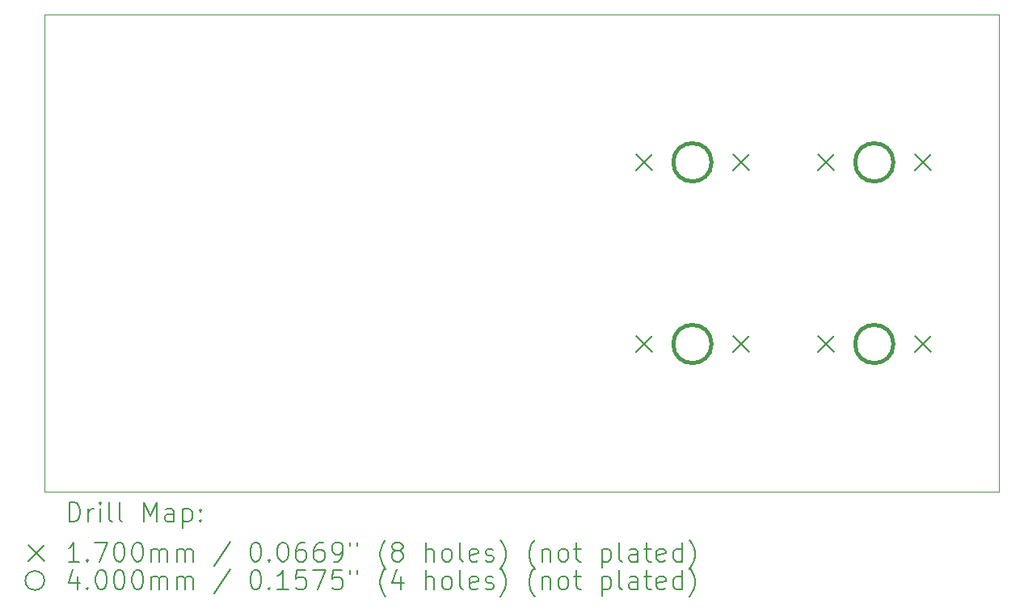
<source format=gbr>
%TF.GenerationSoftware,KiCad,Pcbnew,8.0.6*%
%TF.CreationDate,2025-05-30T09:44:14-05:00*%
%TF.ProjectId,HackPad,4861636b-5061-4642-9e6b-696361645f70,rev?*%
%TF.SameCoordinates,Original*%
%TF.FileFunction,Drillmap*%
%TF.FilePolarity,Positive*%
%FSLAX45Y45*%
G04 Gerber Fmt 4.5, Leading zero omitted, Abs format (unit mm)*
G04 Created by KiCad (PCBNEW 8.0.6) date 2025-05-30 09:44:14*
%MOMM*%
%LPD*%
G01*
G04 APERTURE LIST*
%ADD10C,0.050000*%
%ADD11C,0.200000*%
%ADD12C,0.170000*%
%ADD13C,0.400000*%
G04 APERTURE END LIST*
D10*
X8454375Y-8901563D02*
X18454375Y-8901563D01*
X18454375Y-13901562D01*
X8454375Y-13901562D01*
X8454375Y-8901563D01*
D11*
D12*
X14647000Y-10364063D02*
X14817000Y-10534063D01*
X14817000Y-10364063D02*
X14647000Y-10534063D01*
X14647000Y-12269062D02*
X14817000Y-12439062D01*
X14817000Y-12269062D02*
X14647000Y-12439062D01*
X15663000Y-10364063D02*
X15833000Y-10534063D01*
X15833000Y-10364063D02*
X15663000Y-10534063D01*
X15663000Y-12269062D02*
X15833000Y-12439062D01*
X15833000Y-12269062D02*
X15663000Y-12439062D01*
X16552000Y-10364063D02*
X16722000Y-10534063D01*
X16722000Y-10364063D02*
X16552000Y-10534063D01*
X16552000Y-12269062D02*
X16722000Y-12439062D01*
X16722000Y-12269062D02*
X16552000Y-12439062D01*
X17568000Y-10364063D02*
X17738000Y-10534063D01*
X17738000Y-10364063D02*
X17568000Y-10534063D01*
X17568000Y-12269062D02*
X17738000Y-12439062D01*
X17738000Y-12269062D02*
X17568000Y-12439062D01*
D13*
X15440000Y-10449063D02*
G75*
G02*
X15040000Y-10449063I-200000J0D01*
G01*
X15040000Y-10449063D02*
G75*
G02*
X15440000Y-10449063I200000J0D01*
G01*
X15440000Y-12354062D02*
G75*
G02*
X15040000Y-12354062I-200000J0D01*
G01*
X15040000Y-12354062D02*
G75*
G02*
X15440000Y-12354062I200000J0D01*
G01*
X17345000Y-10449063D02*
G75*
G02*
X16945000Y-10449063I-200000J0D01*
G01*
X16945000Y-10449063D02*
G75*
G02*
X17345000Y-10449063I200000J0D01*
G01*
X17345000Y-12354062D02*
G75*
G02*
X16945000Y-12354062I-200000J0D01*
G01*
X16945000Y-12354062D02*
G75*
G02*
X17345000Y-12354062I200000J0D01*
G01*
D11*
X8712652Y-14215546D02*
X8712652Y-14015546D01*
X8712652Y-14015546D02*
X8760271Y-14015546D01*
X8760271Y-14015546D02*
X8788842Y-14025070D01*
X8788842Y-14025070D02*
X8807890Y-14044118D01*
X8807890Y-14044118D02*
X8817414Y-14063165D01*
X8817414Y-14063165D02*
X8826938Y-14101260D01*
X8826938Y-14101260D02*
X8826938Y-14129832D01*
X8826938Y-14129832D02*
X8817414Y-14167927D01*
X8817414Y-14167927D02*
X8807890Y-14186975D01*
X8807890Y-14186975D02*
X8788842Y-14206022D01*
X8788842Y-14206022D02*
X8760271Y-14215546D01*
X8760271Y-14215546D02*
X8712652Y-14215546D01*
X8912652Y-14215546D02*
X8912652Y-14082213D01*
X8912652Y-14120308D02*
X8922176Y-14101260D01*
X8922176Y-14101260D02*
X8931699Y-14091737D01*
X8931699Y-14091737D02*
X8950747Y-14082213D01*
X8950747Y-14082213D02*
X8969795Y-14082213D01*
X9036461Y-14215546D02*
X9036461Y-14082213D01*
X9036461Y-14015546D02*
X9026938Y-14025070D01*
X9026938Y-14025070D02*
X9036461Y-14034594D01*
X9036461Y-14034594D02*
X9045985Y-14025070D01*
X9045985Y-14025070D02*
X9036461Y-14015546D01*
X9036461Y-14015546D02*
X9036461Y-14034594D01*
X9160271Y-14215546D02*
X9141223Y-14206022D01*
X9141223Y-14206022D02*
X9131699Y-14186975D01*
X9131699Y-14186975D02*
X9131699Y-14015546D01*
X9265033Y-14215546D02*
X9245985Y-14206022D01*
X9245985Y-14206022D02*
X9236461Y-14186975D01*
X9236461Y-14186975D02*
X9236461Y-14015546D01*
X9493604Y-14215546D02*
X9493604Y-14015546D01*
X9493604Y-14015546D02*
X9560271Y-14158403D01*
X9560271Y-14158403D02*
X9626938Y-14015546D01*
X9626938Y-14015546D02*
X9626938Y-14215546D01*
X9807890Y-14215546D02*
X9807890Y-14110784D01*
X9807890Y-14110784D02*
X9798366Y-14091737D01*
X9798366Y-14091737D02*
X9779319Y-14082213D01*
X9779319Y-14082213D02*
X9741223Y-14082213D01*
X9741223Y-14082213D02*
X9722176Y-14091737D01*
X9807890Y-14206022D02*
X9788842Y-14215546D01*
X9788842Y-14215546D02*
X9741223Y-14215546D01*
X9741223Y-14215546D02*
X9722176Y-14206022D01*
X9722176Y-14206022D02*
X9712652Y-14186975D01*
X9712652Y-14186975D02*
X9712652Y-14167927D01*
X9712652Y-14167927D02*
X9722176Y-14148880D01*
X9722176Y-14148880D02*
X9741223Y-14139356D01*
X9741223Y-14139356D02*
X9788842Y-14139356D01*
X9788842Y-14139356D02*
X9807890Y-14129832D01*
X9903128Y-14082213D02*
X9903128Y-14282213D01*
X9903128Y-14091737D02*
X9922176Y-14082213D01*
X9922176Y-14082213D02*
X9960271Y-14082213D01*
X9960271Y-14082213D02*
X9979319Y-14091737D01*
X9979319Y-14091737D02*
X9988842Y-14101260D01*
X9988842Y-14101260D02*
X9998366Y-14120308D01*
X9998366Y-14120308D02*
X9998366Y-14177451D01*
X9998366Y-14177451D02*
X9988842Y-14196499D01*
X9988842Y-14196499D02*
X9979319Y-14206022D01*
X9979319Y-14206022D02*
X9960271Y-14215546D01*
X9960271Y-14215546D02*
X9922176Y-14215546D01*
X9922176Y-14215546D02*
X9903128Y-14206022D01*
X10084080Y-14196499D02*
X10093604Y-14206022D01*
X10093604Y-14206022D02*
X10084080Y-14215546D01*
X10084080Y-14215546D02*
X10074557Y-14206022D01*
X10074557Y-14206022D02*
X10084080Y-14196499D01*
X10084080Y-14196499D02*
X10084080Y-14215546D01*
X10084080Y-14091737D02*
X10093604Y-14101260D01*
X10093604Y-14101260D02*
X10084080Y-14110784D01*
X10084080Y-14110784D02*
X10074557Y-14101260D01*
X10074557Y-14101260D02*
X10084080Y-14091737D01*
X10084080Y-14091737D02*
X10084080Y-14110784D01*
D12*
X8281875Y-14459062D02*
X8451875Y-14629062D01*
X8451875Y-14459062D02*
X8281875Y-14629062D01*
D11*
X8817414Y-14635546D02*
X8703128Y-14635546D01*
X8760271Y-14635546D02*
X8760271Y-14435546D01*
X8760271Y-14435546D02*
X8741223Y-14464118D01*
X8741223Y-14464118D02*
X8722176Y-14483165D01*
X8722176Y-14483165D02*
X8703128Y-14492689D01*
X8903128Y-14616499D02*
X8912652Y-14626022D01*
X8912652Y-14626022D02*
X8903128Y-14635546D01*
X8903128Y-14635546D02*
X8893604Y-14626022D01*
X8893604Y-14626022D02*
X8903128Y-14616499D01*
X8903128Y-14616499D02*
X8903128Y-14635546D01*
X8979319Y-14435546D02*
X9112652Y-14435546D01*
X9112652Y-14435546D02*
X9026938Y-14635546D01*
X9226938Y-14435546D02*
X9245985Y-14435546D01*
X9245985Y-14435546D02*
X9265033Y-14445070D01*
X9265033Y-14445070D02*
X9274557Y-14454594D01*
X9274557Y-14454594D02*
X9284080Y-14473641D01*
X9284080Y-14473641D02*
X9293604Y-14511737D01*
X9293604Y-14511737D02*
X9293604Y-14559356D01*
X9293604Y-14559356D02*
X9284080Y-14597451D01*
X9284080Y-14597451D02*
X9274557Y-14616499D01*
X9274557Y-14616499D02*
X9265033Y-14626022D01*
X9265033Y-14626022D02*
X9245985Y-14635546D01*
X9245985Y-14635546D02*
X9226938Y-14635546D01*
X9226938Y-14635546D02*
X9207890Y-14626022D01*
X9207890Y-14626022D02*
X9198366Y-14616499D01*
X9198366Y-14616499D02*
X9188842Y-14597451D01*
X9188842Y-14597451D02*
X9179319Y-14559356D01*
X9179319Y-14559356D02*
X9179319Y-14511737D01*
X9179319Y-14511737D02*
X9188842Y-14473641D01*
X9188842Y-14473641D02*
X9198366Y-14454594D01*
X9198366Y-14454594D02*
X9207890Y-14445070D01*
X9207890Y-14445070D02*
X9226938Y-14435546D01*
X9417414Y-14435546D02*
X9436461Y-14435546D01*
X9436461Y-14435546D02*
X9455509Y-14445070D01*
X9455509Y-14445070D02*
X9465033Y-14454594D01*
X9465033Y-14454594D02*
X9474557Y-14473641D01*
X9474557Y-14473641D02*
X9484080Y-14511737D01*
X9484080Y-14511737D02*
X9484080Y-14559356D01*
X9484080Y-14559356D02*
X9474557Y-14597451D01*
X9474557Y-14597451D02*
X9465033Y-14616499D01*
X9465033Y-14616499D02*
X9455509Y-14626022D01*
X9455509Y-14626022D02*
X9436461Y-14635546D01*
X9436461Y-14635546D02*
X9417414Y-14635546D01*
X9417414Y-14635546D02*
X9398366Y-14626022D01*
X9398366Y-14626022D02*
X9388842Y-14616499D01*
X9388842Y-14616499D02*
X9379319Y-14597451D01*
X9379319Y-14597451D02*
X9369795Y-14559356D01*
X9369795Y-14559356D02*
X9369795Y-14511737D01*
X9369795Y-14511737D02*
X9379319Y-14473641D01*
X9379319Y-14473641D02*
X9388842Y-14454594D01*
X9388842Y-14454594D02*
X9398366Y-14445070D01*
X9398366Y-14445070D02*
X9417414Y-14435546D01*
X9569795Y-14635546D02*
X9569795Y-14502213D01*
X9569795Y-14521260D02*
X9579319Y-14511737D01*
X9579319Y-14511737D02*
X9598366Y-14502213D01*
X9598366Y-14502213D02*
X9626938Y-14502213D01*
X9626938Y-14502213D02*
X9645985Y-14511737D01*
X9645985Y-14511737D02*
X9655509Y-14530784D01*
X9655509Y-14530784D02*
X9655509Y-14635546D01*
X9655509Y-14530784D02*
X9665033Y-14511737D01*
X9665033Y-14511737D02*
X9684080Y-14502213D01*
X9684080Y-14502213D02*
X9712652Y-14502213D01*
X9712652Y-14502213D02*
X9731700Y-14511737D01*
X9731700Y-14511737D02*
X9741223Y-14530784D01*
X9741223Y-14530784D02*
X9741223Y-14635546D01*
X9836461Y-14635546D02*
X9836461Y-14502213D01*
X9836461Y-14521260D02*
X9845985Y-14511737D01*
X9845985Y-14511737D02*
X9865033Y-14502213D01*
X9865033Y-14502213D02*
X9893604Y-14502213D01*
X9893604Y-14502213D02*
X9912652Y-14511737D01*
X9912652Y-14511737D02*
X9922176Y-14530784D01*
X9922176Y-14530784D02*
X9922176Y-14635546D01*
X9922176Y-14530784D02*
X9931700Y-14511737D01*
X9931700Y-14511737D02*
X9950747Y-14502213D01*
X9950747Y-14502213D02*
X9979319Y-14502213D01*
X9979319Y-14502213D02*
X9998366Y-14511737D01*
X9998366Y-14511737D02*
X10007890Y-14530784D01*
X10007890Y-14530784D02*
X10007890Y-14635546D01*
X10398366Y-14426022D02*
X10226938Y-14683165D01*
X10655509Y-14435546D02*
X10674557Y-14435546D01*
X10674557Y-14435546D02*
X10693604Y-14445070D01*
X10693604Y-14445070D02*
X10703128Y-14454594D01*
X10703128Y-14454594D02*
X10712652Y-14473641D01*
X10712652Y-14473641D02*
X10722176Y-14511737D01*
X10722176Y-14511737D02*
X10722176Y-14559356D01*
X10722176Y-14559356D02*
X10712652Y-14597451D01*
X10712652Y-14597451D02*
X10703128Y-14616499D01*
X10703128Y-14616499D02*
X10693604Y-14626022D01*
X10693604Y-14626022D02*
X10674557Y-14635546D01*
X10674557Y-14635546D02*
X10655509Y-14635546D01*
X10655509Y-14635546D02*
X10636462Y-14626022D01*
X10636462Y-14626022D02*
X10626938Y-14616499D01*
X10626938Y-14616499D02*
X10617414Y-14597451D01*
X10617414Y-14597451D02*
X10607890Y-14559356D01*
X10607890Y-14559356D02*
X10607890Y-14511737D01*
X10607890Y-14511737D02*
X10617414Y-14473641D01*
X10617414Y-14473641D02*
X10626938Y-14454594D01*
X10626938Y-14454594D02*
X10636462Y-14445070D01*
X10636462Y-14445070D02*
X10655509Y-14435546D01*
X10807890Y-14616499D02*
X10817414Y-14626022D01*
X10817414Y-14626022D02*
X10807890Y-14635546D01*
X10807890Y-14635546D02*
X10798366Y-14626022D01*
X10798366Y-14626022D02*
X10807890Y-14616499D01*
X10807890Y-14616499D02*
X10807890Y-14635546D01*
X10941223Y-14435546D02*
X10960271Y-14435546D01*
X10960271Y-14435546D02*
X10979319Y-14445070D01*
X10979319Y-14445070D02*
X10988843Y-14454594D01*
X10988843Y-14454594D02*
X10998366Y-14473641D01*
X10998366Y-14473641D02*
X11007890Y-14511737D01*
X11007890Y-14511737D02*
X11007890Y-14559356D01*
X11007890Y-14559356D02*
X10998366Y-14597451D01*
X10998366Y-14597451D02*
X10988843Y-14616499D01*
X10988843Y-14616499D02*
X10979319Y-14626022D01*
X10979319Y-14626022D02*
X10960271Y-14635546D01*
X10960271Y-14635546D02*
X10941223Y-14635546D01*
X10941223Y-14635546D02*
X10922176Y-14626022D01*
X10922176Y-14626022D02*
X10912652Y-14616499D01*
X10912652Y-14616499D02*
X10903128Y-14597451D01*
X10903128Y-14597451D02*
X10893604Y-14559356D01*
X10893604Y-14559356D02*
X10893604Y-14511737D01*
X10893604Y-14511737D02*
X10903128Y-14473641D01*
X10903128Y-14473641D02*
X10912652Y-14454594D01*
X10912652Y-14454594D02*
X10922176Y-14445070D01*
X10922176Y-14445070D02*
X10941223Y-14435546D01*
X11179319Y-14435546D02*
X11141223Y-14435546D01*
X11141223Y-14435546D02*
X11122176Y-14445070D01*
X11122176Y-14445070D02*
X11112652Y-14454594D01*
X11112652Y-14454594D02*
X11093604Y-14483165D01*
X11093604Y-14483165D02*
X11084081Y-14521260D01*
X11084081Y-14521260D02*
X11084081Y-14597451D01*
X11084081Y-14597451D02*
X11093604Y-14616499D01*
X11093604Y-14616499D02*
X11103128Y-14626022D01*
X11103128Y-14626022D02*
X11122176Y-14635546D01*
X11122176Y-14635546D02*
X11160271Y-14635546D01*
X11160271Y-14635546D02*
X11179319Y-14626022D01*
X11179319Y-14626022D02*
X11188842Y-14616499D01*
X11188842Y-14616499D02*
X11198366Y-14597451D01*
X11198366Y-14597451D02*
X11198366Y-14549832D01*
X11198366Y-14549832D02*
X11188842Y-14530784D01*
X11188842Y-14530784D02*
X11179319Y-14521260D01*
X11179319Y-14521260D02*
X11160271Y-14511737D01*
X11160271Y-14511737D02*
X11122176Y-14511737D01*
X11122176Y-14511737D02*
X11103128Y-14521260D01*
X11103128Y-14521260D02*
X11093604Y-14530784D01*
X11093604Y-14530784D02*
X11084081Y-14549832D01*
X11369795Y-14435546D02*
X11331700Y-14435546D01*
X11331700Y-14435546D02*
X11312652Y-14445070D01*
X11312652Y-14445070D02*
X11303128Y-14454594D01*
X11303128Y-14454594D02*
X11284081Y-14483165D01*
X11284081Y-14483165D02*
X11274557Y-14521260D01*
X11274557Y-14521260D02*
X11274557Y-14597451D01*
X11274557Y-14597451D02*
X11284081Y-14616499D01*
X11284081Y-14616499D02*
X11293604Y-14626022D01*
X11293604Y-14626022D02*
X11312652Y-14635546D01*
X11312652Y-14635546D02*
X11350747Y-14635546D01*
X11350747Y-14635546D02*
X11369795Y-14626022D01*
X11369795Y-14626022D02*
X11379319Y-14616499D01*
X11379319Y-14616499D02*
X11388842Y-14597451D01*
X11388842Y-14597451D02*
X11388842Y-14549832D01*
X11388842Y-14549832D02*
X11379319Y-14530784D01*
X11379319Y-14530784D02*
X11369795Y-14521260D01*
X11369795Y-14521260D02*
X11350747Y-14511737D01*
X11350747Y-14511737D02*
X11312652Y-14511737D01*
X11312652Y-14511737D02*
X11293604Y-14521260D01*
X11293604Y-14521260D02*
X11284081Y-14530784D01*
X11284081Y-14530784D02*
X11274557Y-14549832D01*
X11484081Y-14635546D02*
X11522176Y-14635546D01*
X11522176Y-14635546D02*
X11541223Y-14626022D01*
X11541223Y-14626022D02*
X11550747Y-14616499D01*
X11550747Y-14616499D02*
X11569795Y-14587927D01*
X11569795Y-14587927D02*
X11579319Y-14549832D01*
X11579319Y-14549832D02*
X11579319Y-14473641D01*
X11579319Y-14473641D02*
X11569795Y-14454594D01*
X11569795Y-14454594D02*
X11560271Y-14445070D01*
X11560271Y-14445070D02*
X11541223Y-14435546D01*
X11541223Y-14435546D02*
X11503128Y-14435546D01*
X11503128Y-14435546D02*
X11484081Y-14445070D01*
X11484081Y-14445070D02*
X11474557Y-14454594D01*
X11474557Y-14454594D02*
X11465033Y-14473641D01*
X11465033Y-14473641D02*
X11465033Y-14521260D01*
X11465033Y-14521260D02*
X11474557Y-14540308D01*
X11474557Y-14540308D02*
X11484081Y-14549832D01*
X11484081Y-14549832D02*
X11503128Y-14559356D01*
X11503128Y-14559356D02*
X11541223Y-14559356D01*
X11541223Y-14559356D02*
X11560271Y-14549832D01*
X11560271Y-14549832D02*
X11569795Y-14540308D01*
X11569795Y-14540308D02*
X11579319Y-14521260D01*
X11655509Y-14435546D02*
X11655509Y-14473641D01*
X11731700Y-14435546D02*
X11731700Y-14473641D01*
X12026938Y-14711737D02*
X12017414Y-14702213D01*
X12017414Y-14702213D02*
X11998366Y-14673641D01*
X11998366Y-14673641D02*
X11988843Y-14654594D01*
X11988843Y-14654594D02*
X11979319Y-14626022D01*
X11979319Y-14626022D02*
X11969795Y-14578403D01*
X11969795Y-14578403D02*
X11969795Y-14540308D01*
X11969795Y-14540308D02*
X11979319Y-14492689D01*
X11979319Y-14492689D02*
X11988843Y-14464118D01*
X11988843Y-14464118D02*
X11998366Y-14445070D01*
X11998366Y-14445070D02*
X12017414Y-14416499D01*
X12017414Y-14416499D02*
X12026938Y-14406975D01*
X12131700Y-14521260D02*
X12112652Y-14511737D01*
X12112652Y-14511737D02*
X12103128Y-14502213D01*
X12103128Y-14502213D02*
X12093604Y-14483165D01*
X12093604Y-14483165D02*
X12093604Y-14473641D01*
X12093604Y-14473641D02*
X12103128Y-14454594D01*
X12103128Y-14454594D02*
X12112652Y-14445070D01*
X12112652Y-14445070D02*
X12131700Y-14435546D01*
X12131700Y-14435546D02*
X12169795Y-14435546D01*
X12169795Y-14435546D02*
X12188843Y-14445070D01*
X12188843Y-14445070D02*
X12198366Y-14454594D01*
X12198366Y-14454594D02*
X12207890Y-14473641D01*
X12207890Y-14473641D02*
X12207890Y-14483165D01*
X12207890Y-14483165D02*
X12198366Y-14502213D01*
X12198366Y-14502213D02*
X12188843Y-14511737D01*
X12188843Y-14511737D02*
X12169795Y-14521260D01*
X12169795Y-14521260D02*
X12131700Y-14521260D01*
X12131700Y-14521260D02*
X12112652Y-14530784D01*
X12112652Y-14530784D02*
X12103128Y-14540308D01*
X12103128Y-14540308D02*
X12093604Y-14559356D01*
X12093604Y-14559356D02*
X12093604Y-14597451D01*
X12093604Y-14597451D02*
X12103128Y-14616499D01*
X12103128Y-14616499D02*
X12112652Y-14626022D01*
X12112652Y-14626022D02*
X12131700Y-14635546D01*
X12131700Y-14635546D02*
X12169795Y-14635546D01*
X12169795Y-14635546D02*
X12188843Y-14626022D01*
X12188843Y-14626022D02*
X12198366Y-14616499D01*
X12198366Y-14616499D02*
X12207890Y-14597451D01*
X12207890Y-14597451D02*
X12207890Y-14559356D01*
X12207890Y-14559356D02*
X12198366Y-14540308D01*
X12198366Y-14540308D02*
X12188843Y-14530784D01*
X12188843Y-14530784D02*
X12169795Y-14521260D01*
X12445985Y-14635546D02*
X12445985Y-14435546D01*
X12531700Y-14635546D02*
X12531700Y-14530784D01*
X12531700Y-14530784D02*
X12522176Y-14511737D01*
X12522176Y-14511737D02*
X12503128Y-14502213D01*
X12503128Y-14502213D02*
X12474557Y-14502213D01*
X12474557Y-14502213D02*
X12455509Y-14511737D01*
X12455509Y-14511737D02*
X12445985Y-14521260D01*
X12655509Y-14635546D02*
X12636462Y-14626022D01*
X12636462Y-14626022D02*
X12626938Y-14616499D01*
X12626938Y-14616499D02*
X12617414Y-14597451D01*
X12617414Y-14597451D02*
X12617414Y-14540308D01*
X12617414Y-14540308D02*
X12626938Y-14521260D01*
X12626938Y-14521260D02*
X12636462Y-14511737D01*
X12636462Y-14511737D02*
X12655509Y-14502213D01*
X12655509Y-14502213D02*
X12684081Y-14502213D01*
X12684081Y-14502213D02*
X12703128Y-14511737D01*
X12703128Y-14511737D02*
X12712652Y-14521260D01*
X12712652Y-14521260D02*
X12722176Y-14540308D01*
X12722176Y-14540308D02*
X12722176Y-14597451D01*
X12722176Y-14597451D02*
X12712652Y-14616499D01*
X12712652Y-14616499D02*
X12703128Y-14626022D01*
X12703128Y-14626022D02*
X12684081Y-14635546D01*
X12684081Y-14635546D02*
X12655509Y-14635546D01*
X12836462Y-14635546D02*
X12817414Y-14626022D01*
X12817414Y-14626022D02*
X12807890Y-14606975D01*
X12807890Y-14606975D02*
X12807890Y-14435546D01*
X12988843Y-14626022D02*
X12969795Y-14635546D01*
X12969795Y-14635546D02*
X12931700Y-14635546D01*
X12931700Y-14635546D02*
X12912652Y-14626022D01*
X12912652Y-14626022D02*
X12903128Y-14606975D01*
X12903128Y-14606975D02*
X12903128Y-14530784D01*
X12903128Y-14530784D02*
X12912652Y-14511737D01*
X12912652Y-14511737D02*
X12931700Y-14502213D01*
X12931700Y-14502213D02*
X12969795Y-14502213D01*
X12969795Y-14502213D02*
X12988843Y-14511737D01*
X12988843Y-14511737D02*
X12998366Y-14530784D01*
X12998366Y-14530784D02*
X12998366Y-14549832D01*
X12998366Y-14549832D02*
X12903128Y-14568880D01*
X13074557Y-14626022D02*
X13093605Y-14635546D01*
X13093605Y-14635546D02*
X13131700Y-14635546D01*
X13131700Y-14635546D02*
X13150747Y-14626022D01*
X13150747Y-14626022D02*
X13160271Y-14606975D01*
X13160271Y-14606975D02*
X13160271Y-14597451D01*
X13160271Y-14597451D02*
X13150747Y-14578403D01*
X13150747Y-14578403D02*
X13131700Y-14568880D01*
X13131700Y-14568880D02*
X13103128Y-14568880D01*
X13103128Y-14568880D02*
X13084081Y-14559356D01*
X13084081Y-14559356D02*
X13074557Y-14540308D01*
X13074557Y-14540308D02*
X13074557Y-14530784D01*
X13074557Y-14530784D02*
X13084081Y-14511737D01*
X13084081Y-14511737D02*
X13103128Y-14502213D01*
X13103128Y-14502213D02*
X13131700Y-14502213D01*
X13131700Y-14502213D02*
X13150747Y-14511737D01*
X13226938Y-14711737D02*
X13236462Y-14702213D01*
X13236462Y-14702213D02*
X13255509Y-14673641D01*
X13255509Y-14673641D02*
X13265033Y-14654594D01*
X13265033Y-14654594D02*
X13274557Y-14626022D01*
X13274557Y-14626022D02*
X13284081Y-14578403D01*
X13284081Y-14578403D02*
X13284081Y-14540308D01*
X13284081Y-14540308D02*
X13274557Y-14492689D01*
X13274557Y-14492689D02*
X13265033Y-14464118D01*
X13265033Y-14464118D02*
X13255509Y-14445070D01*
X13255509Y-14445070D02*
X13236462Y-14416499D01*
X13236462Y-14416499D02*
X13226938Y-14406975D01*
X13588843Y-14711737D02*
X13579319Y-14702213D01*
X13579319Y-14702213D02*
X13560271Y-14673641D01*
X13560271Y-14673641D02*
X13550747Y-14654594D01*
X13550747Y-14654594D02*
X13541224Y-14626022D01*
X13541224Y-14626022D02*
X13531700Y-14578403D01*
X13531700Y-14578403D02*
X13531700Y-14540308D01*
X13531700Y-14540308D02*
X13541224Y-14492689D01*
X13541224Y-14492689D02*
X13550747Y-14464118D01*
X13550747Y-14464118D02*
X13560271Y-14445070D01*
X13560271Y-14445070D02*
X13579319Y-14416499D01*
X13579319Y-14416499D02*
X13588843Y-14406975D01*
X13665033Y-14502213D02*
X13665033Y-14635546D01*
X13665033Y-14521260D02*
X13674557Y-14511737D01*
X13674557Y-14511737D02*
X13693605Y-14502213D01*
X13693605Y-14502213D02*
X13722176Y-14502213D01*
X13722176Y-14502213D02*
X13741224Y-14511737D01*
X13741224Y-14511737D02*
X13750747Y-14530784D01*
X13750747Y-14530784D02*
X13750747Y-14635546D01*
X13874557Y-14635546D02*
X13855509Y-14626022D01*
X13855509Y-14626022D02*
X13845986Y-14616499D01*
X13845986Y-14616499D02*
X13836462Y-14597451D01*
X13836462Y-14597451D02*
X13836462Y-14540308D01*
X13836462Y-14540308D02*
X13845986Y-14521260D01*
X13845986Y-14521260D02*
X13855509Y-14511737D01*
X13855509Y-14511737D02*
X13874557Y-14502213D01*
X13874557Y-14502213D02*
X13903128Y-14502213D01*
X13903128Y-14502213D02*
X13922176Y-14511737D01*
X13922176Y-14511737D02*
X13931700Y-14521260D01*
X13931700Y-14521260D02*
X13941224Y-14540308D01*
X13941224Y-14540308D02*
X13941224Y-14597451D01*
X13941224Y-14597451D02*
X13931700Y-14616499D01*
X13931700Y-14616499D02*
X13922176Y-14626022D01*
X13922176Y-14626022D02*
X13903128Y-14635546D01*
X13903128Y-14635546D02*
X13874557Y-14635546D01*
X13998367Y-14502213D02*
X14074557Y-14502213D01*
X14026938Y-14435546D02*
X14026938Y-14606975D01*
X14026938Y-14606975D02*
X14036462Y-14626022D01*
X14036462Y-14626022D02*
X14055509Y-14635546D01*
X14055509Y-14635546D02*
X14074557Y-14635546D01*
X14293605Y-14502213D02*
X14293605Y-14702213D01*
X14293605Y-14511737D02*
X14312652Y-14502213D01*
X14312652Y-14502213D02*
X14350748Y-14502213D01*
X14350748Y-14502213D02*
X14369795Y-14511737D01*
X14369795Y-14511737D02*
X14379319Y-14521260D01*
X14379319Y-14521260D02*
X14388843Y-14540308D01*
X14388843Y-14540308D02*
X14388843Y-14597451D01*
X14388843Y-14597451D02*
X14379319Y-14616499D01*
X14379319Y-14616499D02*
X14369795Y-14626022D01*
X14369795Y-14626022D02*
X14350748Y-14635546D01*
X14350748Y-14635546D02*
X14312652Y-14635546D01*
X14312652Y-14635546D02*
X14293605Y-14626022D01*
X14503128Y-14635546D02*
X14484081Y-14626022D01*
X14484081Y-14626022D02*
X14474557Y-14606975D01*
X14474557Y-14606975D02*
X14474557Y-14435546D01*
X14665033Y-14635546D02*
X14665033Y-14530784D01*
X14665033Y-14530784D02*
X14655509Y-14511737D01*
X14655509Y-14511737D02*
X14636462Y-14502213D01*
X14636462Y-14502213D02*
X14598367Y-14502213D01*
X14598367Y-14502213D02*
X14579319Y-14511737D01*
X14665033Y-14626022D02*
X14645986Y-14635546D01*
X14645986Y-14635546D02*
X14598367Y-14635546D01*
X14598367Y-14635546D02*
X14579319Y-14626022D01*
X14579319Y-14626022D02*
X14569795Y-14606975D01*
X14569795Y-14606975D02*
X14569795Y-14587927D01*
X14569795Y-14587927D02*
X14579319Y-14568880D01*
X14579319Y-14568880D02*
X14598367Y-14559356D01*
X14598367Y-14559356D02*
X14645986Y-14559356D01*
X14645986Y-14559356D02*
X14665033Y-14549832D01*
X14731700Y-14502213D02*
X14807890Y-14502213D01*
X14760271Y-14435546D02*
X14760271Y-14606975D01*
X14760271Y-14606975D02*
X14769795Y-14626022D01*
X14769795Y-14626022D02*
X14788843Y-14635546D01*
X14788843Y-14635546D02*
X14807890Y-14635546D01*
X14950748Y-14626022D02*
X14931700Y-14635546D01*
X14931700Y-14635546D02*
X14893605Y-14635546D01*
X14893605Y-14635546D02*
X14874557Y-14626022D01*
X14874557Y-14626022D02*
X14865033Y-14606975D01*
X14865033Y-14606975D02*
X14865033Y-14530784D01*
X14865033Y-14530784D02*
X14874557Y-14511737D01*
X14874557Y-14511737D02*
X14893605Y-14502213D01*
X14893605Y-14502213D02*
X14931700Y-14502213D01*
X14931700Y-14502213D02*
X14950748Y-14511737D01*
X14950748Y-14511737D02*
X14960271Y-14530784D01*
X14960271Y-14530784D02*
X14960271Y-14549832D01*
X14960271Y-14549832D02*
X14865033Y-14568880D01*
X15131700Y-14635546D02*
X15131700Y-14435546D01*
X15131700Y-14626022D02*
X15112652Y-14635546D01*
X15112652Y-14635546D02*
X15074557Y-14635546D01*
X15074557Y-14635546D02*
X15055509Y-14626022D01*
X15055509Y-14626022D02*
X15045986Y-14616499D01*
X15045986Y-14616499D02*
X15036462Y-14597451D01*
X15036462Y-14597451D02*
X15036462Y-14540308D01*
X15036462Y-14540308D02*
X15045986Y-14521260D01*
X15045986Y-14521260D02*
X15055509Y-14511737D01*
X15055509Y-14511737D02*
X15074557Y-14502213D01*
X15074557Y-14502213D02*
X15112652Y-14502213D01*
X15112652Y-14502213D02*
X15131700Y-14511737D01*
X15207890Y-14711737D02*
X15217414Y-14702213D01*
X15217414Y-14702213D02*
X15236462Y-14673641D01*
X15236462Y-14673641D02*
X15245986Y-14654594D01*
X15245986Y-14654594D02*
X15255509Y-14626022D01*
X15255509Y-14626022D02*
X15265033Y-14578403D01*
X15265033Y-14578403D02*
X15265033Y-14540308D01*
X15265033Y-14540308D02*
X15255509Y-14492689D01*
X15255509Y-14492689D02*
X15245986Y-14464118D01*
X15245986Y-14464118D02*
X15236462Y-14445070D01*
X15236462Y-14445070D02*
X15217414Y-14416499D01*
X15217414Y-14416499D02*
X15207890Y-14406975D01*
X8451875Y-14834062D02*
G75*
G02*
X8251875Y-14834062I-100000J0D01*
G01*
X8251875Y-14834062D02*
G75*
G02*
X8451875Y-14834062I100000J0D01*
G01*
X8798366Y-14792213D02*
X8798366Y-14925546D01*
X8750747Y-14716022D02*
X8703128Y-14858880D01*
X8703128Y-14858880D02*
X8826938Y-14858880D01*
X8903128Y-14906499D02*
X8912652Y-14916022D01*
X8912652Y-14916022D02*
X8903128Y-14925546D01*
X8903128Y-14925546D02*
X8893604Y-14916022D01*
X8893604Y-14916022D02*
X8903128Y-14906499D01*
X8903128Y-14906499D02*
X8903128Y-14925546D01*
X9036461Y-14725546D02*
X9055509Y-14725546D01*
X9055509Y-14725546D02*
X9074557Y-14735070D01*
X9074557Y-14735070D02*
X9084080Y-14744594D01*
X9084080Y-14744594D02*
X9093604Y-14763641D01*
X9093604Y-14763641D02*
X9103128Y-14801737D01*
X9103128Y-14801737D02*
X9103128Y-14849356D01*
X9103128Y-14849356D02*
X9093604Y-14887451D01*
X9093604Y-14887451D02*
X9084080Y-14906499D01*
X9084080Y-14906499D02*
X9074557Y-14916022D01*
X9074557Y-14916022D02*
X9055509Y-14925546D01*
X9055509Y-14925546D02*
X9036461Y-14925546D01*
X9036461Y-14925546D02*
X9017414Y-14916022D01*
X9017414Y-14916022D02*
X9007890Y-14906499D01*
X9007890Y-14906499D02*
X8998366Y-14887451D01*
X8998366Y-14887451D02*
X8988842Y-14849356D01*
X8988842Y-14849356D02*
X8988842Y-14801737D01*
X8988842Y-14801737D02*
X8998366Y-14763641D01*
X8998366Y-14763641D02*
X9007890Y-14744594D01*
X9007890Y-14744594D02*
X9017414Y-14735070D01*
X9017414Y-14735070D02*
X9036461Y-14725546D01*
X9226938Y-14725546D02*
X9245985Y-14725546D01*
X9245985Y-14725546D02*
X9265033Y-14735070D01*
X9265033Y-14735070D02*
X9274557Y-14744594D01*
X9274557Y-14744594D02*
X9284080Y-14763641D01*
X9284080Y-14763641D02*
X9293604Y-14801737D01*
X9293604Y-14801737D02*
X9293604Y-14849356D01*
X9293604Y-14849356D02*
X9284080Y-14887451D01*
X9284080Y-14887451D02*
X9274557Y-14906499D01*
X9274557Y-14906499D02*
X9265033Y-14916022D01*
X9265033Y-14916022D02*
X9245985Y-14925546D01*
X9245985Y-14925546D02*
X9226938Y-14925546D01*
X9226938Y-14925546D02*
X9207890Y-14916022D01*
X9207890Y-14916022D02*
X9198366Y-14906499D01*
X9198366Y-14906499D02*
X9188842Y-14887451D01*
X9188842Y-14887451D02*
X9179319Y-14849356D01*
X9179319Y-14849356D02*
X9179319Y-14801737D01*
X9179319Y-14801737D02*
X9188842Y-14763641D01*
X9188842Y-14763641D02*
X9198366Y-14744594D01*
X9198366Y-14744594D02*
X9207890Y-14735070D01*
X9207890Y-14735070D02*
X9226938Y-14725546D01*
X9417414Y-14725546D02*
X9436461Y-14725546D01*
X9436461Y-14725546D02*
X9455509Y-14735070D01*
X9455509Y-14735070D02*
X9465033Y-14744594D01*
X9465033Y-14744594D02*
X9474557Y-14763641D01*
X9474557Y-14763641D02*
X9484080Y-14801737D01*
X9484080Y-14801737D02*
X9484080Y-14849356D01*
X9484080Y-14849356D02*
X9474557Y-14887451D01*
X9474557Y-14887451D02*
X9465033Y-14906499D01*
X9465033Y-14906499D02*
X9455509Y-14916022D01*
X9455509Y-14916022D02*
X9436461Y-14925546D01*
X9436461Y-14925546D02*
X9417414Y-14925546D01*
X9417414Y-14925546D02*
X9398366Y-14916022D01*
X9398366Y-14916022D02*
X9388842Y-14906499D01*
X9388842Y-14906499D02*
X9379319Y-14887451D01*
X9379319Y-14887451D02*
X9369795Y-14849356D01*
X9369795Y-14849356D02*
X9369795Y-14801737D01*
X9369795Y-14801737D02*
X9379319Y-14763641D01*
X9379319Y-14763641D02*
X9388842Y-14744594D01*
X9388842Y-14744594D02*
X9398366Y-14735070D01*
X9398366Y-14735070D02*
X9417414Y-14725546D01*
X9569795Y-14925546D02*
X9569795Y-14792213D01*
X9569795Y-14811260D02*
X9579319Y-14801737D01*
X9579319Y-14801737D02*
X9598366Y-14792213D01*
X9598366Y-14792213D02*
X9626938Y-14792213D01*
X9626938Y-14792213D02*
X9645985Y-14801737D01*
X9645985Y-14801737D02*
X9655509Y-14820784D01*
X9655509Y-14820784D02*
X9655509Y-14925546D01*
X9655509Y-14820784D02*
X9665033Y-14801737D01*
X9665033Y-14801737D02*
X9684080Y-14792213D01*
X9684080Y-14792213D02*
X9712652Y-14792213D01*
X9712652Y-14792213D02*
X9731700Y-14801737D01*
X9731700Y-14801737D02*
X9741223Y-14820784D01*
X9741223Y-14820784D02*
X9741223Y-14925546D01*
X9836461Y-14925546D02*
X9836461Y-14792213D01*
X9836461Y-14811260D02*
X9845985Y-14801737D01*
X9845985Y-14801737D02*
X9865033Y-14792213D01*
X9865033Y-14792213D02*
X9893604Y-14792213D01*
X9893604Y-14792213D02*
X9912652Y-14801737D01*
X9912652Y-14801737D02*
X9922176Y-14820784D01*
X9922176Y-14820784D02*
X9922176Y-14925546D01*
X9922176Y-14820784D02*
X9931700Y-14801737D01*
X9931700Y-14801737D02*
X9950747Y-14792213D01*
X9950747Y-14792213D02*
X9979319Y-14792213D01*
X9979319Y-14792213D02*
X9998366Y-14801737D01*
X9998366Y-14801737D02*
X10007890Y-14820784D01*
X10007890Y-14820784D02*
X10007890Y-14925546D01*
X10398366Y-14716022D02*
X10226938Y-14973165D01*
X10655509Y-14725546D02*
X10674557Y-14725546D01*
X10674557Y-14725546D02*
X10693604Y-14735070D01*
X10693604Y-14735070D02*
X10703128Y-14744594D01*
X10703128Y-14744594D02*
X10712652Y-14763641D01*
X10712652Y-14763641D02*
X10722176Y-14801737D01*
X10722176Y-14801737D02*
X10722176Y-14849356D01*
X10722176Y-14849356D02*
X10712652Y-14887451D01*
X10712652Y-14887451D02*
X10703128Y-14906499D01*
X10703128Y-14906499D02*
X10693604Y-14916022D01*
X10693604Y-14916022D02*
X10674557Y-14925546D01*
X10674557Y-14925546D02*
X10655509Y-14925546D01*
X10655509Y-14925546D02*
X10636462Y-14916022D01*
X10636462Y-14916022D02*
X10626938Y-14906499D01*
X10626938Y-14906499D02*
X10617414Y-14887451D01*
X10617414Y-14887451D02*
X10607890Y-14849356D01*
X10607890Y-14849356D02*
X10607890Y-14801737D01*
X10607890Y-14801737D02*
X10617414Y-14763641D01*
X10617414Y-14763641D02*
X10626938Y-14744594D01*
X10626938Y-14744594D02*
X10636462Y-14735070D01*
X10636462Y-14735070D02*
X10655509Y-14725546D01*
X10807890Y-14906499D02*
X10817414Y-14916022D01*
X10817414Y-14916022D02*
X10807890Y-14925546D01*
X10807890Y-14925546D02*
X10798366Y-14916022D01*
X10798366Y-14916022D02*
X10807890Y-14906499D01*
X10807890Y-14906499D02*
X10807890Y-14925546D01*
X11007890Y-14925546D02*
X10893604Y-14925546D01*
X10950747Y-14925546D02*
X10950747Y-14725546D01*
X10950747Y-14725546D02*
X10931700Y-14754118D01*
X10931700Y-14754118D02*
X10912652Y-14773165D01*
X10912652Y-14773165D02*
X10893604Y-14782689D01*
X11188842Y-14725546D02*
X11093604Y-14725546D01*
X11093604Y-14725546D02*
X11084081Y-14820784D01*
X11084081Y-14820784D02*
X11093604Y-14811260D01*
X11093604Y-14811260D02*
X11112652Y-14801737D01*
X11112652Y-14801737D02*
X11160271Y-14801737D01*
X11160271Y-14801737D02*
X11179319Y-14811260D01*
X11179319Y-14811260D02*
X11188842Y-14820784D01*
X11188842Y-14820784D02*
X11198366Y-14839832D01*
X11198366Y-14839832D02*
X11198366Y-14887451D01*
X11198366Y-14887451D02*
X11188842Y-14906499D01*
X11188842Y-14906499D02*
X11179319Y-14916022D01*
X11179319Y-14916022D02*
X11160271Y-14925546D01*
X11160271Y-14925546D02*
X11112652Y-14925546D01*
X11112652Y-14925546D02*
X11093604Y-14916022D01*
X11093604Y-14916022D02*
X11084081Y-14906499D01*
X11265033Y-14725546D02*
X11398366Y-14725546D01*
X11398366Y-14725546D02*
X11312652Y-14925546D01*
X11569795Y-14725546D02*
X11474557Y-14725546D01*
X11474557Y-14725546D02*
X11465033Y-14820784D01*
X11465033Y-14820784D02*
X11474557Y-14811260D01*
X11474557Y-14811260D02*
X11493604Y-14801737D01*
X11493604Y-14801737D02*
X11541223Y-14801737D01*
X11541223Y-14801737D02*
X11560271Y-14811260D01*
X11560271Y-14811260D02*
X11569795Y-14820784D01*
X11569795Y-14820784D02*
X11579319Y-14839832D01*
X11579319Y-14839832D02*
X11579319Y-14887451D01*
X11579319Y-14887451D02*
X11569795Y-14906499D01*
X11569795Y-14906499D02*
X11560271Y-14916022D01*
X11560271Y-14916022D02*
X11541223Y-14925546D01*
X11541223Y-14925546D02*
X11493604Y-14925546D01*
X11493604Y-14925546D02*
X11474557Y-14916022D01*
X11474557Y-14916022D02*
X11465033Y-14906499D01*
X11655509Y-14725546D02*
X11655509Y-14763641D01*
X11731700Y-14725546D02*
X11731700Y-14763641D01*
X12026938Y-15001737D02*
X12017414Y-14992213D01*
X12017414Y-14992213D02*
X11998366Y-14963641D01*
X11998366Y-14963641D02*
X11988843Y-14944594D01*
X11988843Y-14944594D02*
X11979319Y-14916022D01*
X11979319Y-14916022D02*
X11969795Y-14868403D01*
X11969795Y-14868403D02*
X11969795Y-14830308D01*
X11969795Y-14830308D02*
X11979319Y-14782689D01*
X11979319Y-14782689D02*
X11988843Y-14754118D01*
X11988843Y-14754118D02*
X11998366Y-14735070D01*
X11998366Y-14735070D02*
X12017414Y-14706499D01*
X12017414Y-14706499D02*
X12026938Y-14696975D01*
X12188843Y-14792213D02*
X12188843Y-14925546D01*
X12141223Y-14716022D02*
X12093604Y-14858880D01*
X12093604Y-14858880D02*
X12217414Y-14858880D01*
X12445985Y-14925546D02*
X12445985Y-14725546D01*
X12531700Y-14925546D02*
X12531700Y-14820784D01*
X12531700Y-14820784D02*
X12522176Y-14801737D01*
X12522176Y-14801737D02*
X12503128Y-14792213D01*
X12503128Y-14792213D02*
X12474557Y-14792213D01*
X12474557Y-14792213D02*
X12455509Y-14801737D01*
X12455509Y-14801737D02*
X12445985Y-14811260D01*
X12655509Y-14925546D02*
X12636462Y-14916022D01*
X12636462Y-14916022D02*
X12626938Y-14906499D01*
X12626938Y-14906499D02*
X12617414Y-14887451D01*
X12617414Y-14887451D02*
X12617414Y-14830308D01*
X12617414Y-14830308D02*
X12626938Y-14811260D01*
X12626938Y-14811260D02*
X12636462Y-14801737D01*
X12636462Y-14801737D02*
X12655509Y-14792213D01*
X12655509Y-14792213D02*
X12684081Y-14792213D01*
X12684081Y-14792213D02*
X12703128Y-14801737D01*
X12703128Y-14801737D02*
X12712652Y-14811260D01*
X12712652Y-14811260D02*
X12722176Y-14830308D01*
X12722176Y-14830308D02*
X12722176Y-14887451D01*
X12722176Y-14887451D02*
X12712652Y-14906499D01*
X12712652Y-14906499D02*
X12703128Y-14916022D01*
X12703128Y-14916022D02*
X12684081Y-14925546D01*
X12684081Y-14925546D02*
X12655509Y-14925546D01*
X12836462Y-14925546D02*
X12817414Y-14916022D01*
X12817414Y-14916022D02*
X12807890Y-14896975D01*
X12807890Y-14896975D02*
X12807890Y-14725546D01*
X12988843Y-14916022D02*
X12969795Y-14925546D01*
X12969795Y-14925546D02*
X12931700Y-14925546D01*
X12931700Y-14925546D02*
X12912652Y-14916022D01*
X12912652Y-14916022D02*
X12903128Y-14896975D01*
X12903128Y-14896975D02*
X12903128Y-14820784D01*
X12903128Y-14820784D02*
X12912652Y-14801737D01*
X12912652Y-14801737D02*
X12931700Y-14792213D01*
X12931700Y-14792213D02*
X12969795Y-14792213D01*
X12969795Y-14792213D02*
X12988843Y-14801737D01*
X12988843Y-14801737D02*
X12998366Y-14820784D01*
X12998366Y-14820784D02*
X12998366Y-14839832D01*
X12998366Y-14839832D02*
X12903128Y-14858880D01*
X13074557Y-14916022D02*
X13093605Y-14925546D01*
X13093605Y-14925546D02*
X13131700Y-14925546D01*
X13131700Y-14925546D02*
X13150747Y-14916022D01*
X13150747Y-14916022D02*
X13160271Y-14896975D01*
X13160271Y-14896975D02*
X13160271Y-14887451D01*
X13160271Y-14887451D02*
X13150747Y-14868403D01*
X13150747Y-14868403D02*
X13131700Y-14858880D01*
X13131700Y-14858880D02*
X13103128Y-14858880D01*
X13103128Y-14858880D02*
X13084081Y-14849356D01*
X13084081Y-14849356D02*
X13074557Y-14830308D01*
X13074557Y-14830308D02*
X13074557Y-14820784D01*
X13074557Y-14820784D02*
X13084081Y-14801737D01*
X13084081Y-14801737D02*
X13103128Y-14792213D01*
X13103128Y-14792213D02*
X13131700Y-14792213D01*
X13131700Y-14792213D02*
X13150747Y-14801737D01*
X13226938Y-15001737D02*
X13236462Y-14992213D01*
X13236462Y-14992213D02*
X13255509Y-14963641D01*
X13255509Y-14963641D02*
X13265033Y-14944594D01*
X13265033Y-14944594D02*
X13274557Y-14916022D01*
X13274557Y-14916022D02*
X13284081Y-14868403D01*
X13284081Y-14868403D02*
X13284081Y-14830308D01*
X13284081Y-14830308D02*
X13274557Y-14782689D01*
X13274557Y-14782689D02*
X13265033Y-14754118D01*
X13265033Y-14754118D02*
X13255509Y-14735070D01*
X13255509Y-14735070D02*
X13236462Y-14706499D01*
X13236462Y-14706499D02*
X13226938Y-14696975D01*
X13588843Y-15001737D02*
X13579319Y-14992213D01*
X13579319Y-14992213D02*
X13560271Y-14963641D01*
X13560271Y-14963641D02*
X13550747Y-14944594D01*
X13550747Y-14944594D02*
X13541224Y-14916022D01*
X13541224Y-14916022D02*
X13531700Y-14868403D01*
X13531700Y-14868403D02*
X13531700Y-14830308D01*
X13531700Y-14830308D02*
X13541224Y-14782689D01*
X13541224Y-14782689D02*
X13550747Y-14754118D01*
X13550747Y-14754118D02*
X13560271Y-14735070D01*
X13560271Y-14735070D02*
X13579319Y-14706499D01*
X13579319Y-14706499D02*
X13588843Y-14696975D01*
X13665033Y-14792213D02*
X13665033Y-14925546D01*
X13665033Y-14811260D02*
X13674557Y-14801737D01*
X13674557Y-14801737D02*
X13693605Y-14792213D01*
X13693605Y-14792213D02*
X13722176Y-14792213D01*
X13722176Y-14792213D02*
X13741224Y-14801737D01*
X13741224Y-14801737D02*
X13750747Y-14820784D01*
X13750747Y-14820784D02*
X13750747Y-14925546D01*
X13874557Y-14925546D02*
X13855509Y-14916022D01*
X13855509Y-14916022D02*
X13845986Y-14906499D01*
X13845986Y-14906499D02*
X13836462Y-14887451D01*
X13836462Y-14887451D02*
X13836462Y-14830308D01*
X13836462Y-14830308D02*
X13845986Y-14811260D01*
X13845986Y-14811260D02*
X13855509Y-14801737D01*
X13855509Y-14801737D02*
X13874557Y-14792213D01*
X13874557Y-14792213D02*
X13903128Y-14792213D01*
X13903128Y-14792213D02*
X13922176Y-14801737D01*
X13922176Y-14801737D02*
X13931700Y-14811260D01*
X13931700Y-14811260D02*
X13941224Y-14830308D01*
X13941224Y-14830308D02*
X13941224Y-14887451D01*
X13941224Y-14887451D02*
X13931700Y-14906499D01*
X13931700Y-14906499D02*
X13922176Y-14916022D01*
X13922176Y-14916022D02*
X13903128Y-14925546D01*
X13903128Y-14925546D02*
X13874557Y-14925546D01*
X13998367Y-14792213D02*
X14074557Y-14792213D01*
X14026938Y-14725546D02*
X14026938Y-14896975D01*
X14026938Y-14896975D02*
X14036462Y-14916022D01*
X14036462Y-14916022D02*
X14055509Y-14925546D01*
X14055509Y-14925546D02*
X14074557Y-14925546D01*
X14293605Y-14792213D02*
X14293605Y-14992213D01*
X14293605Y-14801737D02*
X14312652Y-14792213D01*
X14312652Y-14792213D02*
X14350748Y-14792213D01*
X14350748Y-14792213D02*
X14369795Y-14801737D01*
X14369795Y-14801737D02*
X14379319Y-14811260D01*
X14379319Y-14811260D02*
X14388843Y-14830308D01*
X14388843Y-14830308D02*
X14388843Y-14887451D01*
X14388843Y-14887451D02*
X14379319Y-14906499D01*
X14379319Y-14906499D02*
X14369795Y-14916022D01*
X14369795Y-14916022D02*
X14350748Y-14925546D01*
X14350748Y-14925546D02*
X14312652Y-14925546D01*
X14312652Y-14925546D02*
X14293605Y-14916022D01*
X14503128Y-14925546D02*
X14484081Y-14916022D01*
X14484081Y-14916022D02*
X14474557Y-14896975D01*
X14474557Y-14896975D02*
X14474557Y-14725546D01*
X14665033Y-14925546D02*
X14665033Y-14820784D01*
X14665033Y-14820784D02*
X14655509Y-14801737D01*
X14655509Y-14801737D02*
X14636462Y-14792213D01*
X14636462Y-14792213D02*
X14598367Y-14792213D01*
X14598367Y-14792213D02*
X14579319Y-14801737D01*
X14665033Y-14916022D02*
X14645986Y-14925546D01*
X14645986Y-14925546D02*
X14598367Y-14925546D01*
X14598367Y-14925546D02*
X14579319Y-14916022D01*
X14579319Y-14916022D02*
X14569795Y-14896975D01*
X14569795Y-14896975D02*
X14569795Y-14877927D01*
X14569795Y-14877927D02*
X14579319Y-14858880D01*
X14579319Y-14858880D02*
X14598367Y-14849356D01*
X14598367Y-14849356D02*
X14645986Y-14849356D01*
X14645986Y-14849356D02*
X14665033Y-14839832D01*
X14731700Y-14792213D02*
X14807890Y-14792213D01*
X14760271Y-14725546D02*
X14760271Y-14896975D01*
X14760271Y-14896975D02*
X14769795Y-14916022D01*
X14769795Y-14916022D02*
X14788843Y-14925546D01*
X14788843Y-14925546D02*
X14807890Y-14925546D01*
X14950748Y-14916022D02*
X14931700Y-14925546D01*
X14931700Y-14925546D02*
X14893605Y-14925546D01*
X14893605Y-14925546D02*
X14874557Y-14916022D01*
X14874557Y-14916022D02*
X14865033Y-14896975D01*
X14865033Y-14896975D02*
X14865033Y-14820784D01*
X14865033Y-14820784D02*
X14874557Y-14801737D01*
X14874557Y-14801737D02*
X14893605Y-14792213D01*
X14893605Y-14792213D02*
X14931700Y-14792213D01*
X14931700Y-14792213D02*
X14950748Y-14801737D01*
X14950748Y-14801737D02*
X14960271Y-14820784D01*
X14960271Y-14820784D02*
X14960271Y-14839832D01*
X14960271Y-14839832D02*
X14865033Y-14858880D01*
X15131700Y-14925546D02*
X15131700Y-14725546D01*
X15131700Y-14916022D02*
X15112652Y-14925546D01*
X15112652Y-14925546D02*
X15074557Y-14925546D01*
X15074557Y-14925546D02*
X15055509Y-14916022D01*
X15055509Y-14916022D02*
X15045986Y-14906499D01*
X15045986Y-14906499D02*
X15036462Y-14887451D01*
X15036462Y-14887451D02*
X15036462Y-14830308D01*
X15036462Y-14830308D02*
X15045986Y-14811260D01*
X15045986Y-14811260D02*
X15055509Y-14801737D01*
X15055509Y-14801737D02*
X15074557Y-14792213D01*
X15074557Y-14792213D02*
X15112652Y-14792213D01*
X15112652Y-14792213D02*
X15131700Y-14801737D01*
X15207890Y-15001737D02*
X15217414Y-14992213D01*
X15217414Y-14992213D02*
X15236462Y-14963641D01*
X15236462Y-14963641D02*
X15245986Y-14944594D01*
X15245986Y-14944594D02*
X15255509Y-14916022D01*
X15255509Y-14916022D02*
X15265033Y-14868403D01*
X15265033Y-14868403D02*
X15265033Y-14830308D01*
X15265033Y-14830308D02*
X15255509Y-14782689D01*
X15255509Y-14782689D02*
X15245986Y-14754118D01*
X15245986Y-14754118D02*
X15236462Y-14735070D01*
X15236462Y-14735070D02*
X15217414Y-14706499D01*
X15217414Y-14706499D02*
X15207890Y-14696975D01*
M02*

</source>
